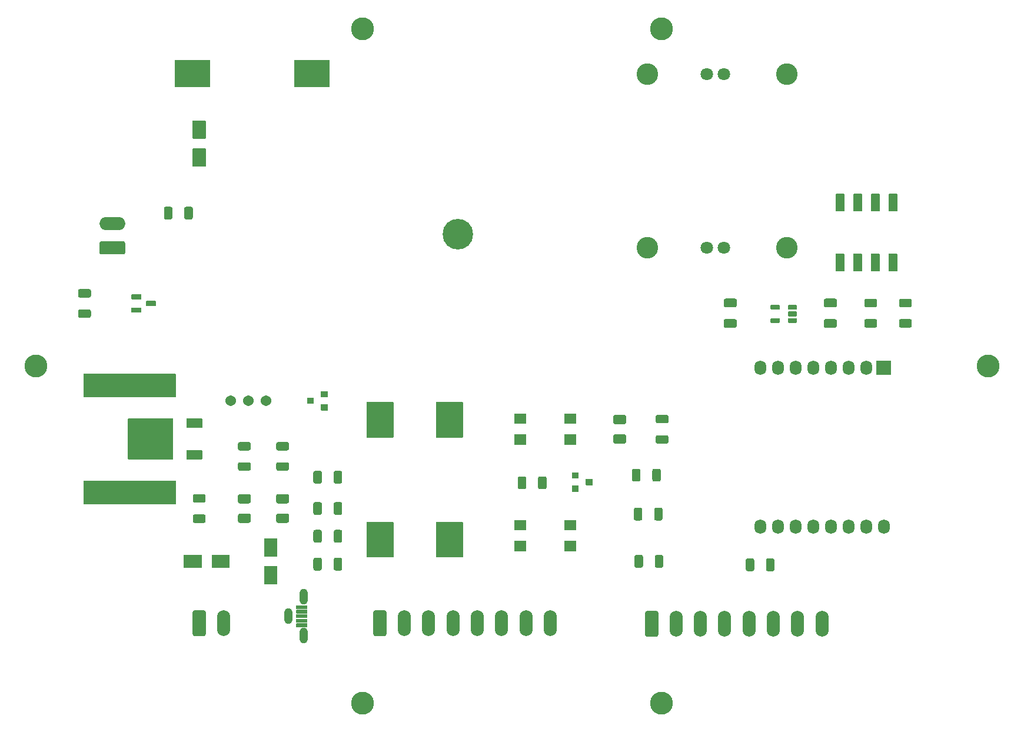
<source format=gbr>
G04 #@! TF.GenerationSoftware,KiCad,Pcbnew,(5.1.9)-1*
G04 #@! TF.CreationDate,2022-06-27T08:21:43+02:00*
G04 #@! TF.ProjectId,green_detect_3,67726565-6e5f-4646-9574-6563745f332e,0.00*
G04 #@! TF.SameCoordinates,Original*
G04 #@! TF.FileFunction,Soldermask,Top*
G04 #@! TF.FilePolarity,Negative*
%FSLAX46Y46*%
G04 Gerber Fmt 4.6, Leading zero omitted, Abs format (unit mm)*
G04 Created by KiCad (PCBNEW (5.1.9)-1) date 2022-06-27 08:21:43*
%MOMM*%
%LPD*%
G01*
G04 APERTURE LIST*
%ADD10C,3.100000*%
%ADD11C,1.800000*%
%ADD12O,3.700000X1.900000*%
%ADD13C,1.540000*%
%ADD14O,1.700000X2.100000*%
%ADD15C,4.400000*%
%ADD16O,1.200000X2.300000*%
%ADD17C,3.300000*%
%ADD18O,1.900000X3.700000*%
G04 APERTURE END LIST*
D10*
X163500000Y-53000000D03*
X163500000Y-78000000D03*
X183500000Y-78000000D03*
X183500000Y-53000000D03*
D11*
X172000000Y-78000000D03*
X174500000Y-78000000D03*
X172000000Y-53000000D03*
X174500000Y-53000000D03*
D12*
X86500000Y-74500000D03*
G36*
G01*
X88086112Y-78950000D02*
X84913888Y-78950000D01*
G75*
G02*
X84650000Y-78686112I0J263888D01*
G01*
X84650000Y-77313888D01*
G75*
G02*
X84913888Y-77050000I263888J0D01*
G01*
X88086112Y-77050000D01*
G75*
G02*
X88350000Y-77313888I0J-263888D01*
G01*
X88350000Y-78686112D01*
G75*
G02*
X88086112Y-78950000I-263888J0D01*
G01*
G37*
D13*
X108580000Y-100000000D03*
X106040000Y-100000000D03*
X103500000Y-100000000D03*
G36*
G01*
X89230000Y-85350000D02*
X89230000Y-84750000D01*
G75*
G02*
X89300000Y-84680000I70000J0D01*
G01*
X90600000Y-84680000D01*
G75*
G02*
X90670000Y-84750000I0J-70000D01*
G01*
X90670000Y-85350000D01*
G75*
G02*
X90600000Y-85420000I-70000J0D01*
G01*
X89300000Y-85420000D01*
G75*
G02*
X89230000Y-85350000I0J70000D01*
G01*
G37*
G36*
G01*
X89230000Y-87250000D02*
X89230000Y-86650000D01*
G75*
G02*
X89300000Y-86580000I70000J0D01*
G01*
X90600000Y-86580000D01*
G75*
G02*
X90670000Y-86650000I0J-70000D01*
G01*
X90670000Y-87250000D01*
G75*
G02*
X90600000Y-87320000I-70000J0D01*
G01*
X89300000Y-87320000D01*
G75*
G02*
X89230000Y-87250000I0J70000D01*
G01*
G37*
G36*
G01*
X91330000Y-86300000D02*
X91330000Y-85700000D01*
G75*
G02*
X91400000Y-85630000I70000J0D01*
G01*
X92700000Y-85630000D01*
G75*
G02*
X92770000Y-85700000I0J-70000D01*
G01*
X92770000Y-86300000D01*
G75*
G02*
X92700000Y-86370000I-70000J0D01*
G01*
X91400000Y-86370000D01*
G75*
G02*
X91330000Y-86300000I0J70000D01*
G01*
G37*
D14*
X197500000Y-118110000D03*
X194960000Y-118110000D03*
X192420000Y-118110000D03*
X189880000Y-118110000D03*
X187340000Y-118110000D03*
X184800000Y-118110000D03*
X182260000Y-118110000D03*
X179720000Y-118110000D03*
X179720000Y-95250000D03*
X182260000Y-95250000D03*
X184800000Y-95250000D03*
X187340000Y-95250000D03*
X189880000Y-95250000D03*
X192420000Y-95250000D03*
G36*
G01*
X196500000Y-94200000D02*
X198500000Y-94200000D01*
G75*
G02*
X198550000Y-94250000I0J-50000D01*
G01*
X198550000Y-96250000D01*
G75*
G02*
X198500000Y-96300000I-50000J0D01*
G01*
X196500000Y-96300000D01*
G75*
G02*
X196450000Y-96250000I0J50000D01*
G01*
X196450000Y-94250000D01*
G75*
G02*
X196500000Y-94200000I50000J0D01*
G01*
G37*
X194960000Y-95250000D03*
G36*
G01*
X136900000Y-122550000D02*
X133100000Y-122550000D01*
G75*
G02*
X133050000Y-122500000I0J50000D01*
G01*
X133050000Y-117500000D01*
G75*
G02*
X133100000Y-117450000I50000J0D01*
G01*
X136900000Y-117450000D01*
G75*
G02*
X136950000Y-117500000I0J-50000D01*
G01*
X136950000Y-122500000D01*
G75*
G02*
X136900000Y-122550000I-50000J0D01*
G01*
G37*
G36*
G01*
X133100000Y-100200000D02*
X136900000Y-100200000D01*
G75*
G02*
X136950000Y-100250000I0J-50000D01*
G01*
X136950000Y-105250000D01*
G75*
G02*
X136900000Y-105300000I-50000J0D01*
G01*
X133100000Y-105300000D01*
G75*
G02*
X133050000Y-105250000I0J50000D01*
G01*
X133050000Y-100250000D01*
G75*
G02*
X133100000Y-100200000I50000J0D01*
G01*
G37*
G36*
G01*
X126900000Y-122550000D02*
X123100000Y-122550000D01*
G75*
G02*
X123050000Y-122500000I0J50000D01*
G01*
X123050000Y-117500000D01*
G75*
G02*
X123100000Y-117450000I50000J0D01*
G01*
X126900000Y-117450000D01*
G75*
G02*
X126950000Y-117500000I0J-50000D01*
G01*
X126950000Y-122500000D01*
G75*
G02*
X126900000Y-122550000I-50000J0D01*
G01*
G37*
G36*
G01*
X117750000Y-51000000D02*
X117750000Y-54800000D01*
G75*
G02*
X117700000Y-54850000I-50000J0D01*
G01*
X112700000Y-54850000D01*
G75*
G02*
X112650000Y-54800000I0J50000D01*
G01*
X112650000Y-51000000D01*
G75*
G02*
X112700000Y-50950000I50000J0D01*
G01*
X117700000Y-50950000D01*
G75*
G02*
X117750000Y-51000000I0J-50000D01*
G01*
G37*
G36*
G01*
X95450000Y-54800000D02*
X95450000Y-51000000D01*
G75*
G02*
X95500000Y-50950000I50000J0D01*
G01*
X100500000Y-50950000D01*
G75*
G02*
X100550000Y-51000000I0J-50000D01*
G01*
X100550000Y-54800000D01*
G75*
G02*
X100500000Y-54850000I-50000J0D01*
G01*
X95500000Y-54850000D01*
G75*
G02*
X95450000Y-54800000I0J50000D01*
G01*
G37*
G36*
G01*
X123100000Y-100200000D02*
X126900000Y-100200000D01*
G75*
G02*
X126950000Y-100250000I0J-50000D01*
G01*
X126950000Y-105250000D01*
G75*
G02*
X126900000Y-105300000I-50000J0D01*
G01*
X123100000Y-105300000D01*
G75*
G02*
X123050000Y-105250000I0J50000D01*
G01*
X123050000Y-100250000D01*
G75*
G02*
X123100000Y-100200000I50000J0D01*
G01*
G37*
G36*
G01*
X191750001Y-72765000D02*
X190629999Y-72765000D01*
G75*
G02*
X190580000Y-72715001I0J49999D01*
G01*
X190580000Y-70274999D01*
G75*
G02*
X190629999Y-70225000I49999J0D01*
G01*
X191750001Y-70225000D01*
G75*
G02*
X191800000Y-70274999I0J-49999D01*
G01*
X191800000Y-72715001D01*
G75*
G02*
X191750001Y-72765000I-49999J0D01*
G01*
G37*
G36*
G01*
X199370001Y-81375000D02*
X198249999Y-81375000D01*
G75*
G02*
X198200000Y-81325001I0J49999D01*
G01*
X198200000Y-78884999D01*
G75*
G02*
X198249999Y-78835000I49999J0D01*
G01*
X199370001Y-78835000D01*
G75*
G02*
X199420000Y-78884999I0J-49999D01*
G01*
X199420000Y-81325001D01*
G75*
G02*
X199370001Y-81375000I-49999J0D01*
G01*
G37*
G36*
G01*
X194290001Y-72765000D02*
X193169999Y-72765000D01*
G75*
G02*
X193120000Y-72715001I0J49999D01*
G01*
X193120000Y-70274999D01*
G75*
G02*
X193169999Y-70225000I49999J0D01*
G01*
X194290001Y-70225000D01*
G75*
G02*
X194340000Y-70274999I0J-49999D01*
G01*
X194340000Y-72715001D01*
G75*
G02*
X194290001Y-72765000I-49999J0D01*
G01*
G37*
G36*
G01*
X196830001Y-81375000D02*
X195709999Y-81375000D01*
G75*
G02*
X195660000Y-81325001I0J49999D01*
G01*
X195660000Y-78884999D01*
G75*
G02*
X195709999Y-78835000I49999J0D01*
G01*
X196830001Y-78835000D01*
G75*
G02*
X196880000Y-78884999I0J-49999D01*
G01*
X196880000Y-81325001D01*
G75*
G02*
X196830001Y-81375000I-49999J0D01*
G01*
G37*
G36*
G01*
X196830001Y-72765000D02*
X195709999Y-72765000D01*
G75*
G02*
X195660000Y-72715001I0J49999D01*
G01*
X195660000Y-70274999D01*
G75*
G02*
X195709999Y-70225000I49999J0D01*
G01*
X196830001Y-70225000D01*
G75*
G02*
X196880000Y-70274999I0J-49999D01*
G01*
X196880000Y-72715001D01*
G75*
G02*
X196830001Y-72765000I-49999J0D01*
G01*
G37*
G36*
G01*
X194290001Y-81375000D02*
X193169999Y-81375000D01*
G75*
G02*
X193120000Y-81325001I0J49999D01*
G01*
X193120000Y-78884999D01*
G75*
G02*
X193169999Y-78835000I49999J0D01*
G01*
X194290001Y-78835000D01*
G75*
G02*
X194340000Y-78884999I0J-49999D01*
G01*
X194340000Y-81325001D01*
G75*
G02*
X194290001Y-81375000I-49999J0D01*
G01*
G37*
G36*
G01*
X199370001Y-72765000D02*
X198249999Y-72765000D01*
G75*
G02*
X198200000Y-72715001I0J49999D01*
G01*
X198200000Y-70274999D01*
G75*
G02*
X198249999Y-70225000I49999J0D01*
G01*
X199370001Y-70225000D01*
G75*
G02*
X199420000Y-70274999I0J-49999D01*
G01*
X199420000Y-72715001D01*
G75*
G02*
X199370001Y-72765000I-49999J0D01*
G01*
G37*
G36*
G01*
X191750001Y-81375000D02*
X190629999Y-81375000D01*
G75*
G02*
X190580000Y-81325001I0J49999D01*
G01*
X190580000Y-78884999D01*
G75*
G02*
X190629999Y-78835000I49999J0D01*
G01*
X191750001Y-78835000D01*
G75*
G02*
X191800000Y-78884999I0J-49999D01*
G01*
X191800000Y-81325001D01*
G75*
G02*
X191750001Y-81375000I-49999J0D01*
G01*
G37*
G36*
G01*
X110347220Y-108850000D02*
X111652780Y-108850000D01*
G75*
G02*
X111925000Y-109122220I0J-272220D01*
G01*
X111925000Y-109802780D01*
G75*
G02*
X111652780Y-110075000I-272220J0D01*
G01*
X110347220Y-110075000D01*
G75*
G02*
X110075000Y-109802780I0J272220D01*
G01*
X110075000Y-109122220D01*
G75*
G02*
X110347220Y-108850000I272220J0D01*
G01*
G37*
G36*
G01*
X110347220Y-105925000D02*
X111652780Y-105925000D01*
G75*
G02*
X111925000Y-106197220I0J-272220D01*
G01*
X111925000Y-106877780D01*
G75*
G02*
X111652780Y-107150000I-272220J0D01*
G01*
X110347220Y-107150000D01*
G75*
G02*
X110075000Y-106877780I0J272220D01*
G01*
X110075000Y-106197220D01*
G75*
G02*
X110347220Y-105925000I272220J0D01*
G01*
G37*
G36*
G01*
X104847220Y-108850000D02*
X106152780Y-108850000D01*
G75*
G02*
X106425000Y-109122220I0J-272220D01*
G01*
X106425000Y-109802780D01*
G75*
G02*
X106152780Y-110075000I-272220J0D01*
G01*
X104847220Y-110075000D01*
G75*
G02*
X104575000Y-109802780I0J272220D01*
G01*
X104575000Y-109122220D01*
G75*
G02*
X104847220Y-108850000I272220J0D01*
G01*
G37*
G36*
G01*
X104847220Y-105925000D02*
X106152780Y-105925000D01*
G75*
G02*
X106425000Y-106197220I0J-272220D01*
G01*
X106425000Y-106877780D01*
G75*
G02*
X106152780Y-107150000I-272220J0D01*
G01*
X104847220Y-107150000D01*
G75*
G02*
X104575000Y-106877780I0J272220D01*
G01*
X104575000Y-106197220D01*
G75*
G02*
X104847220Y-105925000I272220J0D01*
G01*
G37*
G36*
G01*
X118350000Y-111652780D02*
X118350000Y-110347220D01*
G75*
G02*
X118622220Y-110075000I272220J0D01*
G01*
X119302780Y-110075000D01*
G75*
G02*
X119575000Y-110347220I0J-272220D01*
G01*
X119575000Y-111652780D01*
G75*
G02*
X119302780Y-111925000I-272220J0D01*
G01*
X118622220Y-111925000D01*
G75*
G02*
X118350000Y-111652780I0J272220D01*
G01*
G37*
G36*
G01*
X115425000Y-111652780D02*
X115425000Y-110347220D01*
G75*
G02*
X115697220Y-110075000I272220J0D01*
G01*
X116377780Y-110075000D01*
G75*
G02*
X116650000Y-110347220I0J-272220D01*
G01*
X116650000Y-111652780D01*
G75*
G02*
X116377780Y-111925000I-272220J0D01*
G01*
X115697220Y-111925000D01*
G75*
G02*
X115425000Y-111652780I0J272220D01*
G01*
G37*
G36*
G01*
X118350000Y-116152780D02*
X118350000Y-114847220D01*
G75*
G02*
X118622220Y-114575000I272220J0D01*
G01*
X119302780Y-114575000D01*
G75*
G02*
X119575000Y-114847220I0J-272220D01*
G01*
X119575000Y-116152780D01*
G75*
G02*
X119302780Y-116425000I-272220J0D01*
G01*
X118622220Y-116425000D01*
G75*
G02*
X118350000Y-116152780I0J272220D01*
G01*
G37*
G36*
G01*
X115425000Y-116152780D02*
X115425000Y-114847220D01*
G75*
G02*
X115697220Y-114575000I272220J0D01*
G01*
X116377780Y-114575000D01*
G75*
G02*
X116650000Y-114847220I0J-272220D01*
G01*
X116650000Y-116152780D01*
G75*
G02*
X116377780Y-116425000I-272220J0D01*
G01*
X115697220Y-116425000D01*
G75*
G02*
X115425000Y-116152780I0J272220D01*
G01*
G37*
G36*
G01*
X118350000Y-120152780D02*
X118350000Y-118847220D01*
G75*
G02*
X118622220Y-118575000I272220J0D01*
G01*
X119302780Y-118575000D01*
G75*
G02*
X119575000Y-118847220I0J-272220D01*
G01*
X119575000Y-120152780D01*
G75*
G02*
X119302780Y-120425000I-272220J0D01*
G01*
X118622220Y-120425000D01*
G75*
G02*
X118350000Y-120152780I0J272220D01*
G01*
G37*
G36*
G01*
X115425000Y-120152780D02*
X115425000Y-118847220D01*
G75*
G02*
X115697220Y-118575000I272220J0D01*
G01*
X116377780Y-118575000D01*
G75*
G02*
X116650000Y-118847220I0J-272220D01*
G01*
X116650000Y-120152780D01*
G75*
G02*
X116377780Y-120425000I-272220J0D01*
G01*
X115697220Y-120425000D01*
G75*
G02*
X115425000Y-120152780I0J272220D01*
G01*
G37*
G36*
G01*
X118350000Y-124152780D02*
X118350000Y-122847220D01*
G75*
G02*
X118622220Y-122575000I272220J0D01*
G01*
X119302780Y-122575000D01*
G75*
G02*
X119575000Y-122847220I0J-272220D01*
G01*
X119575000Y-124152780D01*
G75*
G02*
X119302780Y-124425000I-272220J0D01*
G01*
X118622220Y-124425000D01*
G75*
G02*
X118350000Y-124152780I0J272220D01*
G01*
G37*
G36*
G01*
X115425000Y-124152780D02*
X115425000Y-122847220D01*
G75*
G02*
X115697220Y-122575000I272220J0D01*
G01*
X116377780Y-122575000D01*
G75*
G02*
X116650000Y-122847220I0J-272220D01*
G01*
X116650000Y-124152780D01*
G75*
G02*
X116377780Y-124425000I-272220J0D01*
G01*
X115697220Y-124425000D01*
G75*
G02*
X115425000Y-124152780I0J272220D01*
G01*
G37*
D15*
X136200000Y-76000000D03*
G36*
G01*
X111655000Y-114775000D02*
X110345000Y-114775000D01*
G75*
G02*
X110075000Y-114505000I0J270000D01*
G01*
X110075000Y-113695000D01*
G75*
G02*
X110345000Y-113425000I270000J0D01*
G01*
X111655000Y-113425000D01*
G75*
G02*
X111925000Y-113695000I0J-270000D01*
G01*
X111925000Y-114505000D01*
G75*
G02*
X111655000Y-114775000I-270000J0D01*
G01*
G37*
G36*
G01*
X111655000Y-117575000D02*
X110345000Y-117575000D01*
G75*
G02*
X110075000Y-117305000I0J270000D01*
G01*
X110075000Y-116495000D01*
G75*
G02*
X110345000Y-116225000I270000J0D01*
G01*
X111655000Y-116225000D01*
G75*
G02*
X111925000Y-116495000I0J-270000D01*
G01*
X111925000Y-117305000D01*
G75*
G02*
X111655000Y-117575000I-270000J0D01*
G01*
G37*
G36*
G01*
X106155000Y-114775000D02*
X104845000Y-114775000D01*
G75*
G02*
X104575000Y-114505000I0J270000D01*
G01*
X104575000Y-113695000D01*
G75*
G02*
X104845000Y-113425000I270000J0D01*
G01*
X106155000Y-113425000D01*
G75*
G02*
X106425000Y-113695000I0J-270000D01*
G01*
X106425000Y-114505000D01*
G75*
G02*
X106155000Y-114775000I-270000J0D01*
G01*
G37*
G36*
G01*
X106155000Y-117575000D02*
X104845000Y-117575000D01*
G75*
G02*
X104575000Y-117305000I0J270000D01*
G01*
X104575000Y-116495000D01*
G75*
G02*
X104845000Y-116225000I270000J0D01*
G01*
X106155000Y-116225000D01*
G75*
G02*
X106425000Y-116495000I0J-270000D01*
G01*
X106425000Y-117305000D01*
G75*
G02*
X106155000Y-117575000I-270000J0D01*
G01*
G37*
G36*
G01*
X108400000Y-123800000D02*
X110200000Y-123800000D01*
G75*
G02*
X110250000Y-123850000I0J-50000D01*
G01*
X110250000Y-126350000D01*
G75*
G02*
X110200000Y-126400000I-50000J0D01*
G01*
X108400000Y-126400000D01*
G75*
G02*
X108350000Y-126350000I0J50000D01*
G01*
X108350000Y-123850000D01*
G75*
G02*
X108400000Y-123800000I50000J0D01*
G01*
G37*
G36*
G01*
X108400000Y-119800000D02*
X110200000Y-119800000D01*
G75*
G02*
X110250000Y-119850000I0J-50000D01*
G01*
X110250000Y-122350000D01*
G75*
G02*
X110200000Y-122400000I-50000J0D01*
G01*
X108400000Y-122400000D01*
G75*
G02*
X108350000Y-122350000I0J50000D01*
G01*
X108350000Y-119850000D01*
G75*
G02*
X108400000Y-119800000I50000J0D01*
G01*
G37*
G36*
G01*
X99400000Y-122200000D02*
X99400000Y-124000000D01*
G75*
G02*
X99350000Y-124050000I-50000J0D01*
G01*
X96850000Y-124050000D01*
G75*
G02*
X96800000Y-124000000I0J50000D01*
G01*
X96800000Y-122200000D01*
G75*
G02*
X96850000Y-122150000I50000J0D01*
G01*
X99350000Y-122150000D01*
G75*
G02*
X99400000Y-122200000I0J-50000D01*
G01*
G37*
G36*
G01*
X103400000Y-122200000D02*
X103400000Y-124000000D01*
G75*
G02*
X103350000Y-124050000I-50000J0D01*
G01*
X100850000Y-124050000D01*
G75*
G02*
X100800000Y-124000000I0J50000D01*
G01*
X100800000Y-122200000D01*
G75*
G02*
X100850000Y-122150000I50000J0D01*
G01*
X103350000Y-122150000D01*
G75*
G02*
X103400000Y-122200000I0J-50000D01*
G01*
G37*
G36*
G01*
X113000000Y-129425000D02*
X114500000Y-129425000D01*
G75*
G02*
X114550000Y-129475000I0J-50000D01*
G01*
X114550000Y-129925000D01*
G75*
G02*
X114500000Y-129975000I-50000J0D01*
G01*
X113000000Y-129975000D01*
G75*
G02*
X112950000Y-129925000I0J50000D01*
G01*
X112950000Y-129475000D01*
G75*
G02*
X113000000Y-129425000I50000J0D01*
G01*
G37*
G36*
G01*
X113000000Y-130075000D02*
X114500000Y-130075000D01*
G75*
G02*
X114550000Y-130125000I0J-50000D01*
G01*
X114550000Y-130575000D01*
G75*
G02*
X114500000Y-130625000I-50000J0D01*
G01*
X113000000Y-130625000D01*
G75*
G02*
X112950000Y-130575000I0J50000D01*
G01*
X112950000Y-130125000D01*
G75*
G02*
X113000000Y-130075000I50000J0D01*
G01*
G37*
G36*
G01*
X113000000Y-130725000D02*
X114500000Y-130725000D01*
G75*
G02*
X114550000Y-130775000I0J-50000D01*
G01*
X114550000Y-131225000D01*
G75*
G02*
X114500000Y-131275000I-50000J0D01*
G01*
X113000000Y-131275000D01*
G75*
G02*
X112950000Y-131225000I0J50000D01*
G01*
X112950000Y-130775000D01*
G75*
G02*
X113000000Y-130725000I50000J0D01*
G01*
G37*
G36*
G01*
X113000000Y-131375000D02*
X114500000Y-131375000D01*
G75*
G02*
X114550000Y-131425000I0J-50000D01*
G01*
X114550000Y-131875000D01*
G75*
G02*
X114500000Y-131925000I-50000J0D01*
G01*
X113000000Y-131925000D01*
G75*
G02*
X112950000Y-131875000I0J50000D01*
G01*
X112950000Y-131425000D01*
G75*
G02*
X113000000Y-131375000I50000J0D01*
G01*
G37*
G36*
G01*
X113000000Y-132025000D02*
X114500000Y-132025000D01*
G75*
G02*
X114550000Y-132075000I0J-50000D01*
G01*
X114550000Y-132525000D01*
G75*
G02*
X114500000Y-132575000I-50000J0D01*
G01*
X113000000Y-132575000D01*
G75*
G02*
X112950000Y-132525000I0J50000D01*
G01*
X112950000Y-132075000D01*
G75*
G02*
X113000000Y-132025000I50000J0D01*
G01*
G37*
D16*
X111850000Y-131000000D03*
X114000000Y-128200000D03*
X114000000Y-133800000D03*
D17*
X75500000Y-95000000D03*
X165500000Y-143500000D03*
X122500000Y-143500000D03*
X212500000Y-95000000D03*
X165500000Y-46500000D03*
X122500000Y-46500000D03*
G36*
G01*
X82400000Y-111525000D02*
X95600000Y-111525000D01*
G75*
G02*
X95650000Y-111575000I0J-50000D01*
G01*
X95650000Y-114825000D01*
G75*
G02*
X95600000Y-114875000I-50000J0D01*
G01*
X82400000Y-114875000D01*
G75*
G02*
X82350000Y-114825000I0J50000D01*
G01*
X82350000Y-111575000D01*
G75*
G02*
X82400000Y-111525000I50000J0D01*
G01*
G37*
G36*
G01*
X95600000Y-99475000D02*
X82400000Y-99475000D01*
G75*
G02*
X82350000Y-99425000I0J50000D01*
G01*
X82350000Y-96175000D01*
G75*
G02*
X82400000Y-96125000I50000J0D01*
G01*
X95600000Y-96125000D01*
G75*
G02*
X95650000Y-96175000I0J-50000D01*
G01*
X95650000Y-99425000D01*
G75*
G02*
X95600000Y-99475000I-50000J0D01*
G01*
G37*
G36*
G01*
X117500000Y-100550000D02*
X117500000Y-101350000D01*
G75*
G02*
X117450000Y-101400000I-50000J0D01*
G01*
X116550000Y-101400000D01*
G75*
G02*
X116500000Y-101350000I0J50000D01*
G01*
X116500000Y-100550000D01*
G75*
G02*
X116550000Y-100500000I50000J0D01*
G01*
X117450000Y-100500000D01*
G75*
G02*
X117500000Y-100550000I0J-50000D01*
G01*
G37*
G36*
G01*
X117500000Y-98650000D02*
X117500000Y-99450000D01*
G75*
G02*
X117450000Y-99500000I-50000J0D01*
G01*
X116550000Y-99500000D01*
G75*
G02*
X116500000Y-99450000I0J50000D01*
G01*
X116500000Y-98650000D01*
G75*
G02*
X116550000Y-98600000I50000J0D01*
G01*
X117450000Y-98600000D01*
G75*
G02*
X117500000Y-98650000I0J-50000D01*
G01*
G37*
G36*
G01*
X115500000Y-99600000D02*
X115500000Y-100400000D01*
G75*
G02*
X115450000Y-100450000I-50000J0D01*
G01*
X114550000Y-100450000D01*
G75*
G02*
X114500000Y-100400000I0J50000D01*
G01*
X114500000Y-99600000D01*
G75*
G02*
X114550000Y-99550000I50000J0D01*
G01*
X115450000Y-99550000D01*
G75*
G02*
X115500000Y-99600000I0J-50000D01*
G01*
G37*
G36*
G01*
X182515000Y-88205000D02*
X182515000Y-88695000D01*
G75*
G02*
X182410000Y-88800000I-105000J0D01*
G01*
X181300000Y-88800000D01*
G75*
G02*
X181195000Y-88695000I0J105000D01*
G01*
X181195000Y-88205000D01*
G75*
G02*
X181300000Y-88100000I105000J0D01*
G01*
X182410000Y-88100000D01*
G75*
G02*
X182515000Y-88205000I0J-105000D01*
G01*
G37*
G36*
G01*
X182515000Y-86305000D02*
X182515000Y-86795000D01*
G75*
G02*
X182410000Y-86900000I-105000J0D01*
G01*
X181300000Y-86900000D01*
G75*
G02*
X181195000Y-86795000I0J105000D01*
G01*
X181195000Y-86305000D01*
G75*
G02*
X181300000Y-86200000I105000J0D01*
G01*
X182410000Y-86200000D01*
G75*
G02*
X182515000Y-86305000I0J-105000D01*
G01*
G37*
G36*
G01*
X185005000Y-86305000D02*
X185005000Y-86795000D01*
G75*
G02*
X184900000Y-86900000I-105000J0D01*
G01*
X183790000Y-86900000D01*
G75*
G02*
X183685000Y-86795000I0J105000D01*
G01*
X183685000Y-86305000D01*
G75*
G02*
X183790000Y-86200000I105000J0D01*
G01*
X184900000Y-86200000D01*
G75*
G02*
X185005000Y-86305000I0J-105000D01*
G01*
G37*
G36*
G01*
X185005000Y-87255000D02*
X185005000Y-87745000D01*
G75*
G02*
X184900000Y-87850000I-105000J0D01*
G01*
X183790000Y-87850000D01*
G75*
G02*
X183685000Y-87745000I0J105000D01*
G01*
X183685000Y-87255000D01*
G75*
G02*
X183790000Y-87150000I105000J0D01*
G01*
X184900000Y-87150000D01*
G75*
G02*
X185005000Y-87255000I0J-105000D01*
G01*
G37*
G36*
G01*
X185005000Y-88205000D02*
X185005000Y-88695000D01*
G75*
G02*
X184900000Y-88800000I-105000J0D01*
G01*
X183790000Y-88800000D01*
G75*
G02*
X183685000Y-88695000I0J105000D01*
G01*
X183685000Y-88205000D01*
G75*
G02*
X183790000Y-88100000I105000J0D01*
G01*
X184900000Y-88100000D01*
G75*
G02*
X185005000Y-88205000I0J-105000D01*
G01*
G37*
G36*
G01*
X153200000Y-118650000D02*
X151600000Y-118650000D01*
G75*
G02*
X151550000Y-118600000I0J50000D01*
G01*
X151550000Y-117200000D01*
G75*
G02*
X151600000Y-117150000I50000J0D01*
G01*
X153200000Y-117150000D01*
G75*
G02*
X153250000Y-117200000I0J-50000D01*
G01*
X153250000Y-118600000D01*
G75*
G02*
X153200000Y-118650000I-50000J0D01*
G01*
G37*
G36*
G01*
X146000000Y-118650000D02*
X144400000Y-118650000D01*
G75*
G02*
X144350000Y-118600000I0J50000D01*
G01*
X144350000Y-117200000D01*
G75*
G02*
X144400000Y-117150000I50000J0D01*
G01*
X146000000Y-117150000D01*
G75*
G02*
X146050000Y-117200000I0J-50000D01*
G01*
X146050000Y-118600000D01*
G75*
G02*
X146000000Y-118650000I-50000J0D01*
G01*
G37*
G36*
G01*
X153200000Y-121650000D02*
X151600000Y-121650000D01*
G75*
G02*
X151550000Y-121600000I0J50000D01*
G01*
X151550000Y-120200000D01*
G75*
G02*
X151600000Y-120150000I50000J0D01*
G01*
X153200000Y-120150000D01*
G75*
G02*
X153250000Y-120200000I0J-50000D01*
G01*
X153250000Y-121600000D01*
G75*
G02*
X153200000Y-121650000I-50000J0D01*
G01*
G37*
G36*
G01*
X146000000Y-121650000D02*
X144400000Y-121650000D01*
G75*
G02*
X144350000Y-121600000I0J50000D01*
G01*
X144350000Y-120200000D01*
G75*
G02*
X144400000Y-120150000I50000J0D01*
G01*
X146000000Y-120150000D01*
G75*
G02*
X146050000Y-120200000I0J-50000D01*
G01*
X146050000Y-121600000D01*
G75*
G02*
X146000000Y-121650000I-50000J0D01*
G01*
G37*
G36*
G01*
X153200000Y-103320000D02*
X151600000Y-103320000D01*
G75*
G02*
X151550000Y-103270000I0J50000D01*
G01*
X151550000Y-101870000D01*
G75*
G02*
X151600000Y-101820000I50000J0D01*
G01*
X153200000Y-101820000D01*
G75*
G02*
X153250000Y-101870000I0J-50000D01*
G01*
X153250000Y-103270000D01*
G75*
G02*
X153200000Y-103320000I-50000J0D01*
G01*
G37*
G36*
G01*
X146000000Y-103320000D02*
X144400000Y-103320000D01*
G75*
G02*
X144350000Y-103270000I0J50000D01*
G01*
X144350000Y-101870000D01*
G75*
G02*
X144400000Y-101820000I50000J0D01*
G01*
X146000000Y-101820000D01*
G75*
G02*
X146050000Y-101870000I0J-50000D01*
G01*
X146050000Y-103270000D01*
G75*
G02*
X146000000Y-103320000I-50000J0D01*
G01*
G37*
G36*
G01*
X153200000Y-106320000D02*
X151600000Y-106320000D01*
G75*
G02*
X151550000Y-106270000I0J50000D01*
G01*
X151550000Y-104870000D01*
G75*
G02*
X151600000Y-104820000I50000J0D01*
G01*
X153200000Y-104820000D01*
G75*
G02*
X153250000Y-104870000I0J-50000D01*
G01*
X153250000Y-106270000D01*
G75*
G02*
X153200000Y-106320000I-50000J0D01*
G01*
G37*
G36*
G01*
X146000000Y-106320000D02*
X144400000Y-106320000D01*
G75*
G02*
X144350000Y-106270000I0J50000D01*
G01*
X144350000Y-104870000D01*
G75*
G02*
X144400000Y-104820000I50000J0D01*
G01*
X146000000Y-104820000D01*
G75*
G02*
X146050000Y-104870000I0J-50000D01*
G01*
X146050000Y-106270000D01*
G75*
G02*
X146000000Y-106320000I-50000J0D01*
G01*
G37*
G36*
G01*
X83152780Y-88075000D02*
X81847220Y-88075000D01*
G75*
G02*
X81575000Y-87802780I0J272220D01*
G01*
X81575000Y-87122220D01*
G75*
G02*
X81847220Y-86850000I272220J0D01*
G01*
X83152780Y-86850000D01*
G75*
G02*
X83425000Y-87122220I0J-272220D01*
G01*
X83425000Y-87802780D01*
G75*
G02*
X83152780Y-88075000I-272220J0D01*
G01*
G37*
G36*
G01*
X83152780Y-85150000D02*
X81847220Y-85150000D01*
G75*
G02*
X81575000Y-84877780I0J272220D01*
G01*
X81575000Y-84197220D01*
G75*
G02*
X81847220Y-83925000I272220J0D01*
G01*
X83152780Y-83925000D01*
G75*
G02*
X83425000Y-84197220I0J-272220D01*
G01*
X83425000Y-84877780D01*
G75*
G02*
X83152780Y-85150000I-272220J0D01*
G01*
G37*
G36*
G01*
X99652780Y-117575000D02*
X98347220Y-117575000D01*
G75*
G02*
X98075000Y-117302780I0J272220D01*
G01*
X98075000Y-116622220D01*
G75*
G02*
X98347220Y-116350000I272220J0D01*
G01*
X99652780Y-116350000D01*
G75*
G02*
X99925000Y-116622220I0J-272220D01*
G01*
X99925000Y-117302780D01*
G75*
G02*
X99652780Y-117575000I-272220J0D01*
G01*
G37*
G36*
G01*
X99652780Y-114650000D02*
X98347220Y-114650000D01*
G75*
G02*
X98075000Y-114377780I0J272220D01*
G01*
X98075000Y-113697220D01*
G75*
G02*
X98347220Y-113425000I272220J0D01*
G01*
X99652780Y-113425000D01*
G75*
G02*
X99925000Y-113697220I0J-272220D01*
G01*
X99925000Y-114377780D01*
G75*
G02*
X99652780Y-114650000I-272220J0D01*
G01*
G37*
G36*
G01*
X93925000Y-73652780D02*
X93925000Y-72347220D01*
G75*
G02*
X94197220Y-72075000I272220J0D01*
G01*
X94877780Y-72075000D01*
G75*
G02*
X95150000Y-72347220I0J-272220D01*
G01*
X95150000Y-73652780D01*
G75*
G02*
X94877780Y-73925000I-272220J0D01*
G01*
X94197220Y-73925000D01*
G75*
G02*
X93925000Y-73652780I0J272220D01*
G01*
G37*
G36*
G01*
X96850000Y-73652780D02*
X96850000Y-72347220D01*
G75*
G02*
X97122220Y-72075000I272220J0D01*
G01*
X97802780Y-72075000D01*
G75*
G02*
X98075000Y-72347220I0J-272220D01*
G01*
X98075000Y-73652780D01*
G75*
G02*
X97802780Y-73925000I-272220J0D01*
G01*
X97122220Y-73925000D01*
G75*
G02*
X96850000Y-73652780I0J272220D01*
G01*
G37*
G36*
G01*
X146050000Y-111147220D02*
X146050000Y-112452780D01*
G75*
G02*
X145777780Y-112725000I-272220J0D01*
G01*
X145097220Y-112725000D01*
G75*
G02*
X144825000Y-112452780I0J272220D01*
G01*
X144825000Y-111147220D01*
G75*
G02*
X145097220Y-110875000I272220J0D01*
G01*
X145777780Y-110875000D01*
G75*
G02*
X146050000Y-111147220I0J-272220D01*
G01*
G37*
G36*
G01*
X148975000Y-111147220D02*
X148975000Y-112452780D01*
G75*
G02*
X148702780Y-112725000I-272220J0D01*
G01*
X148022220Y-112725000D01*
G75*
G02*
X147750000Y-112452780I0J272220D01*
G01*
X147750000Y-111147220D01*
G75*
G02*
X148022220Y-110875000I272220J0D01*
G01*
X148702780Y-110875000D01*
G75*
G02*
X148975000Y-111147220I0J-272220D01*
G01*
G37*
G36*
G01*
X162487500Y-110047220D02*
X162487500Y-111352780D01*
G75*
G02*
X162215280Y-111625000I-272220J0D01*
G01*
X161534720Y-111625000D01*
G75*
G02*
X161262500Y-111352780I0J272220D01*
G01*
X161262500Y-110047220D01*
G75*
G02*
X161534720Y-109775000I272220J0D01*
G01*
X162215280Y-109775000D01*
G75*
G02*
X162487500Y-110047220I0J-272220D01*
G01*
G37*
G36*
G01*
X165412500Y-110047220D02*
X165412500Y-111352780D01*
G75*
G02*
X165140280Y-111625000I-272220J0D01*
G01*
X164459720Y-111625000D01*
G75*
G02*
X164187500Y-111352780I0J272220D01*
G01*
X164187500Y-110047220D01*
G75*
G02*
X164459720Y-109775000I272220J0D01*
G01*
X165140280Y-109775000D01*
G75*
G02*
X165412500Y-110047220I0J-272220D01*
G01*
G37*
G36*
G01*
X162750000Y-115647220D02*
X162750000Y-116952780D01*
G75*
G02*
X162477780Y-117225000I-272220J0D01*
G01*
X161797220Y-117225000D01*
G75*
G02*
X161525000Y-116952780I0J272220D01*
G01*
X161525000Y-115647220D01*
G75*
G02*
X161797220Y-115375000I272220J0D01*
G01*
X162477780Y-115375000D01*
G75*
G02*
X162750000Y-115647220I0J-272220D01*
G01*
G37*
G36*
G01*
X165675000Y-115647220D02*
X165675000Y-116952780D01*
G75*
G02*
X165402780Y-117225000I-272220J0D01*
G01*
X164722220Y-117225000D01*
G75*
G02*
X164450000Y-116952780I0J272220D01*
G01*
X164450000Y-115647220D01*
G75*
G02*
X164722220Y-115375000I272220J0D01*
G01*
X165402780Y-115375000D01*
G75*
G02*
X165675000Y-115647220I0J-272220D01*
G01*
G37*
G36*
G01*
X196252780Y-86550000D02*
X194947220Y-86550000D01*
G75*
G02*
X194675000Y-86277780I0J272220D01*
G01*
X194675000Y-85597220D01*
G75*
G02*
X194947220Y-85325000I272220J0D01*
G01*
X196252780Y-85325000D01*
G75*
G02*
X196525000Y-85597220I0J-272220D01*
G01*
X196525000Y-86277780D01*
G75*
G02*
X196252780Y-86550000I-272220J0D01*
G01*
G37*
G36*
G01*
X196252780Y-89475000D02*
X194947220Y-89475000D01*
G75*
G02*
X194675000Y-89202780I0J272220D01*
G01*
X194675000Y-88522220D01*
G75*
G02*
X194947220Y-88250000I272220J0D01*
G01*
X196252780Y-88250000D01*
G75*
G02*
X196525000Y-88522220I0J-272220D01*
G01*
X196525000Y-89202780D01*
G75*
G02*
X196252780Y-89475000I-272220J0D01*
G01*
G37*
G36*
G01*
X201252780Y-86550000D02*
X199947220Y-86550000D01*
G75*
G02*
X199675000Y-86277780I0J272220D01*
G01*
X199675000Y-85597220D01*
G75*
G02*
X199947220Y-85325000I272220J0D01*
G01*
X201252780Y-85325000D01*
G75*
G02*
X201525000Y-85597220I0J-272220D01*
G01*
X201525000Y-86277780D01*
G75*
G02*
X201252780Y-86550000I-272220J0D01*
G01*
G37*
G36*
G01*
X201252780Y-89475000D02*
X199947220Y-89475000D01*
G75*
G02*
X199675000Y-89202780I0J272220D01*
G01*
X199675000Y-88522220D01*
G75*
G02*
X199947220Y-88250000I272220J0D01*
G01*
X201252780Y-88250000D01*
G75*
G02*
X201525000Y-88522220I0J-272220D01*
G01*
X201525000Y-89202780D01*
G75*
G02*
X201252780Y-89475000I-272220J0D01*
G01*
G37*
G36*
G01*
X166252780Y-103250000D02*
X164947220Y-103250000D01*
G75*
G02*
X164675000Y-102977780I0J272220D01*
G01*
X164675000Y-102297220D01*
G75*
G02*
X164947220Y-102025000I272220J0D01*
G01*
X166252780Y-102025000D01*
G75*
G02*
X166525000Y-102297220I0J-272220D01*
G01*
X166525000Y-102977780D01*
G75*
G02*
X166252780Y-103250000I-272220J0D01*
G01*
G37*
G36*
G01*
X166252780Y-106175000D02*
X164947220Y-106175000D01*
G75*
G02*
X164675000Y-105902780I0J272220D01*
G01*
X164675000Y-105222220D01*
G75*
G02*
X164947220Y-104950000I272220J0D01*
G01*
X166252780Y-104950000D01*
G75*
G02*
X166525000Y-105222220I0J-272220D01*
G01*
X166525000Y-105902780D01*
G75*
G02*
X166252780Y-106175000I-272220J0D01*
G01*
G37*
G36*
G01*
X164550000Y-123752780D02*
X164550000Y-122447220D01*
G75*
G02*
X164822220Y-122175000I272220J0D01*
G01*
X165502780Y-122175000D01*
G75*
G02*
X165775000Y-122447220I0J-272220D01*
G01*
X165775000Y-123752780D01*
G75*
G02*
X165502780Y-124025000I-272220J0D01*
G01*
X164822220Y-124025000D01*
G75*
G02*
X164550000Y-123752780I0J272220D01*
G01*
G37*
G36*
G01*
X161625000Y-123752780D02*
X161625000Y-122447220D01*
G75*
G02*
X161897220Y-122175000I272220J0D01*
G01*
X162577780Y-122175000D01*
G75*
G02*
X162850000Y-122447220I0J-272220D01*
G01*
X162850000Y-123752780D01*
G75*
G02*
X162577780Y-124025000I-272220J0D01*
G01*
X161897220Y-124025000D01*
G75*
G02*
X161625000Y-123752780I0J272220D01*
G01*
G37*
G36*
G01*
X180550000Y-124252780D02*
X180550000Y-122947220D01*
G75*
G02*
X180822220Y-122675000I272220J0D01*
G01*
X181502780Y-122675000D01*
G75*
G02*
X181775000Y-122947220I0J-272220D01*
G01*
X181775000Y-124252780D01*
G75*
G02*
X181502780Y-124525000I-272220J0D01*
G01*
X180822220Y-124525000D01*
G75*
G02*
X180550000Y-124252780I0J272220D01*
G01*
G37*
G36*
G01*
X177625000Y-124252780D02*
X177625000Y-122947220D01*
G75*
G02*
X177897220Y-122675000I272220J0D01*
G01*
X178577780Y-122675000D01*
G75*
G02*
X178850000Y-122947220I0J-272220D01*
G01*
X178850000Y-124252780D01*
G75*
G02*
X178577780Y-124525000I-272220J0D01*
G01*
X177897220Y-124525000D01*
G75*
G02*
X177625000Y-124252780I0J272220D01*
G01*
G37*
G36*
G01*
X95250000Y-102600000D02*
X95250000Y-108400000D01*
G75*
G02*
X95200000Y-108450000I-50000J0D01*
G01*
X88800000Y-108450000D01*
G75*
G02*
X88750000Y-108400000I0J50000D01*
G01*
X88750000Y-102600000D01*
G75*
G02*
X88800000Y-102550000I50000J0D01*
G01*
X95200000Y-102550000D01*
G75*
G02*
X95250000Y-102600000I0J-50000D01*
G01*
G37*
G36*
G01*
X99450000Y-102620000D02*
X99450000Y-103820000D01*
G75*
G02*
X99400000Y-103870000I-50000J0D01*
G01*
X97200000Y-103870000D01*
G75*
G02*
X97150000Y-103820000I0J50000D01*
G01*
X97150000Y-102620000D01*
G75*
G02*
X97200000Y-102570000I50000J0D01*
G01*
X99400000Y-102570000D01*
G75*
G02*
X99450000Y-102620000I0J-50000D01*
G01*
G37*
G36*
G01*
X99450000Y-107180000D02*
X99450000Y-108380000D01*
G75*
G02*
X99400000Y-108430000I-50000J0D01*
G01*
X97200000Y-108430000D01*
G75*
G02*
X97150000Y-108380000I0J50000D01*
G01*
X97150000Y-107180000D01*
G75*
G02*
X97200000Y-107130000I50000J0D01*
G01*
X99400000Y-107130000D01*
G75*
G02*
X99450000Y-107180000I0J-50000D01*
G01*
G37*
G36*
G01*
X154600000Y-112100000D02*
X154600000Y-111300000D01*
G75*
G02*
X154650000Y-111250000I50000J0D01*
G01*
X155550000Y-111250000D01*
G75*
G02*
X155600000Y-111300000I0J-50000D01*
G01*
X155600000Y-112100000D01*
G75*
G02*
X155550000Y-112150000I-50000J0D01*
G01*
X154650000Y-112150000D01*
G75*
G02*
X154600000Y-112100000I0J50000D01*
G01*
G37*
G36*
G01*
X152600000Y-113050000D02*
X152600000Y-112250000D01*
G75*
G02*
X152650000Y-112200000I50000J0D01*
G01*
X153550000Y-112200000D01*
G75*
G02*
X153600000Y-112250000I0J-50000D01*
G01*
X153600000Y-113050000D01*
G75*
G02*
X153550000Y-113100000I-50000J0D01*
G01*
X152650000Y-113100000D01*
G75*
G02*
X152600000Y-113050000I0J50000D01*
G01*
G37*
G36*
G01*
X152600000Y-111150000D02*
X152600000Y-110350000D01*
G75*
G02*
X152650000Y-110300000I50000J0D01*
G01*
X153550000Y-110300000D01*
G75*
G02*
X153600000Y-110350000I0J-50000D01*
G01*
X153600000Y-111150000D01*
G75*
G02*
X153550000Y-111200000I-50000J0D01*
G01*
X152650000Y-111200000D01*
G75*
G02*
X152600000Y-111150000I0J50000D01*
G01*
G37*
D18*
X188600000Y-132100000D03*
X185100000Y-132100000D03*
X181600000Y-132100000D03*
X178100000Y-132100000D03*
X174600000Y-132100000D03*
X171100000Y-132100000D03*
X167600000Y-132100000D03*
G36*
G01*
X163150000Y-133686112D02*
X163150000Y-130513888D01*
G75*
G02*
X163413888Y-130250000I263888J0D01*
G01*
X164786112Y-130250000D01*
G75*
G02*
X165050000Y-130513888I0J-263888D01*
G01*
X165050000Y-133686112D01*
G75*
G02*
X164786112Y-133950000I-263888J0D01*
G01*
X163413888Y-133950000D01*
G75*
G02*
X163150000Y-133686112I0J263888D01*
G01*
G37*
X149500000Y-132000000D03*
X146000000Y-132000000D03*
X142500000Y-132000000D03*
X139000000Y-132000000D03*
X135500000Y-132000000D03*
X132000000Y-132000000D03*
X128500000Y-132000000D03*
G36*
G01*
X124050000Y-133586112D02*
X124050000Y-130413888D01*
G75*
G02*
X124313888Y-130150000I263888J0D01*
G01*
X125686112Y-130150000D01*
G75*
G02*
X125950000Y-130413888I0J-263888D01*
G01*
X125950000Y-133586112D01*
G75*
G02*
X125686112Y-133850000I-263888J0D01*
G01*
X124313888Y-133850000D01*
G75*
G02*
X124050000Y-133586112I0J263888D01*
G01*
G37*
X102500000Y-132000000D03*
G36*
G01*
X98050000Y-133586112D02*
X98050000Y-130413888D01*
G75*
G02*
X98313888Y-130150000I263888J0D01*
G01*
X99686112Y-130150000D01*
G75*
G02*
X99950000Y-130413888I0J-263888D01*
G01*
X99950000Y-133586112D01*
G75*
G02*
X99686112Y-133850000I-263888J0D01*
G01*
X98313888Y-133850000D01*
G75*
G02*
X98050000Y-133586112I0J263888D01*
G01*
G37*
G36*
G01*
X98100000Y-63700000D02*
X99900000Y-63700000D01*
G75*
G02*
X99950000Y-63750000I0J-50000D01*
G01*
X99950000Y-66250000D01*
G75*
G02*
X99900000Y-66300000I-50000J0D01*
G01*
X98100000Y-66300000D01*
G75*
G02*
X98050000Y-66250000I0J50000D01*
G01*
X98050000Y-63750000D01*
G75*
G02*
X98100000Y-63700000I50000J0D01*
G01*
G37*
G36*
G01*
X98100000Y-59700000D02*
X99900000Y-59700000D01*
G75*
G02*
X99950000Y-59750000I0J-50000D01*
G01*
X99950000Y-62250000D01*
G75*
G02*
X99900000Y-62300000I-50000J0D01*
G01*
X98100000Y-62300000D01*
G75*
G02*
X98050000Y-62250000I0J50000D01*
G01*
X98050000Y-59750000D01*
G75*
G02*
X98100000Y-59700000I50000J0D01*
G01*
G37*
G36*
G01*
X160155000Y-103375000D02*
X158845000Y-103375000D01*
G75*
G02*
X158575000Y-103105000I0J270000D01*
G01*
X158575000Y-102295000D01*
G75*
G02*
X158845000Y-102025000I270000J0D01*
G01*
X160155000Y-102025000D01*
G75*
G02*
X160425000Y-102295000I0J-270000D01*
G01*
X160425000Y-103105000D01*
G75*
G02*
X160155000Y-103375000I-270000J0D01*
G01*
G37*
G36*
G01*
X160155000Y-106175000D02*
X158845000Y-106175000D01*
G75*
G02*
X158575000Y-105905000I0J270000D01*
G01*
X158575000Y-105095000D01*
G75*
G02*
X158845000Y-104825000I270000J0D01*
G01*
X160155000Y-104825000D01*
G75*
G02*
X160425000Y-105095000I0J-270000D01*
G01*
X160425000Y-105905000D01*
G75*
G02*
X160155000Y-106175000I-270000J0D01*
G01*
G37*
G36*
G01*
X176078262Y-86550000D02*
X174721738Y-86550000D01*
G75*
G02*
X174450000Y-86278262I0J271738D01*
G01*
X174450000Y-85571738D01*
G75*
G02*
X174721738Y-85300000I271738J0D01*
G01*
X176078262Y-85300000D01*
G75*
G02*
X176350000Y-85571738I0J-271738D01*
G01*
X176350000Y-86278262D01*
G75*
G02*
X176078262Y-86550000I-271738J0D01*
G01*
G37*
G36*
G01*
X176078262Y-89500000D02*
X174721738Y-89500000D01*
G75*
G02*
X174450000Y-89228262I0J271738D01*
G01*
X174450000Y-88521738D01*
G75*
G02*
X174721738Y-88250000I271738J0D01*
G01*
X176078262Y-88250000D01*
G75*
G02*
X176350000Y-88521738I0J-271738D01*
G01*
X176350000Y-89228262D01*
G75*
G02*
X176078262Y-89500000I-271738J0D01*
G01*
G37*
G36*
G01*
X190478262Y-86550000D02*
X189121738Y-86550000D01*
G75*
G02*
X188850000Y-86278262I0J271738D01*
G01*
X188850000Y-85571738D01*
G75*
G02*
X189121738Y-85300000I271738J0D01*
G01*
X190478262Y-85300000D01*
G75*
G02*
X190750000Y-85571738I0J-271738D01*
G01*
X190750000Y-86278262D01*
G75*
G02*
X190478262Y-86550000I-271738J0D01*
G01*
G37*
G36*
G01*
X190478262Y-89500000D02*
X189121738Y-89500000D01*
G75*
G02*
X188850000Y-89228262I0J271738D01*
G01*
X188850000Y-88521738D01*
G75*
G02*
X189121738Y-88250000I271738J0D01*
G01*
X190478262Y-88250000D01*
G75*
G02*
X190750000Y-88521738I0J-271738D01*
G01*
X190750000Y-89228262D01*
G75*
G02*
X190478262Y-89500000I-271738J0D01*
G01*
G37*
M02*

</source>
